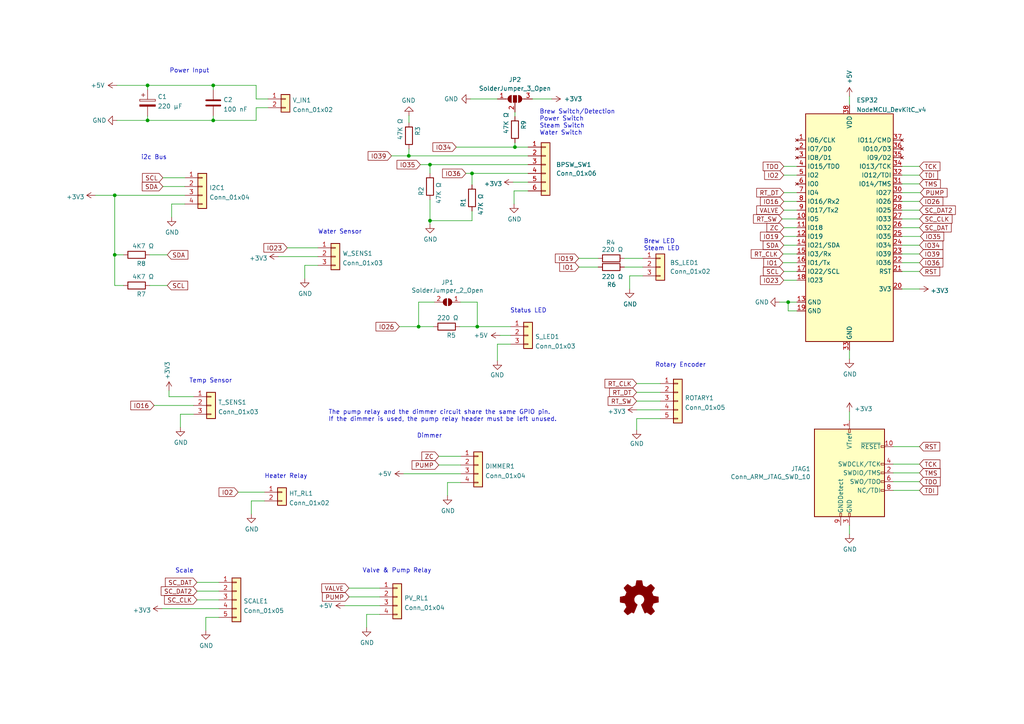
<source format=kicad_sch>
(kicad_sch (version 20230121) (generator eeschema)
  (paper "A4")
  (title_block (title "ESP32 Breakout Board") (date "2023-12-26") (rev "1.6") (company "CleverCoffee "))
  (lib_symbols
    (symbol "Conn_01x04_1" (pin_names (offset 1.016) hide)
      (property "Reference" "J" (at 0 5.08 0))
      (property "Value" "Conn_01x04_1" (at 0 -7.62 0))
      (symbol "Conn_01x04_1_1_1"
        (rectangle (start -1.27 -4.953) (end 0 -5.207) (stroke (width 0.1524)))
        (rectangle (start -1.27 -2.413) (end 0 -2.667) (stroke (width 0.1524)))
        (rectangle (start -1.27 0.127) (end 0 -0.127) (stroke (width 0.1524)))
        (rectangle (start -1.27 2.667) (end 0 2.413) (stroke (width 0.1524)))
        (rectangle (start -1.27 3.81) (end 1.27 -6.35) (stroke (width 0.254)) (fill (type background)))
        (pin passive line (at -5.08 2.54 0) (length 3.81) (name "Pin_1") (number "1"))
        (pin passive line (at -5.08 0 0) (length 3.81) (name "Pin_2") (number "2"))
        (pin passive line (at -5.08 -2.54 0) (length 3.81) (name "Pin_3") (number "3"))
        (pin passive line (at -5.08 -5.08 0) (length 3.81) (name "Pin_4") (number "4"))
      )
    )
    (symbol "Connector:Conn_ARM_JTAG_SWD_10" (pin_names (offset 1.016))
      (property "Reference" "J" (at -2.54 16.51 0))
      (property "Value" "Conn_ARM_JTAG_SWD_10" (at -2.54 13.97 0))
      (symbol "Conn_ARM_JTAG_SWD_10_0_1"
        (rectangle (start -10.16 12.7) (end 10.16 -12.7) (stroke (width 0.254)) (fill (type background)))
        (rectangle (start -2.794 -12.7) (end -2.286 -11.684))
        (rectangle (start -0.254 -12.7) (end 0.254 -11.684))
        (rectangle (start -0.254 12.7) (end 0.254 11.684))
        (rectangle (start 9.144 2.286) (end 10.16 2.794))
        (rectangle (start 10.16 -2.794) (end 9.144 -2.286))
        (rectangle (start 10.16 -0.254) (end 9.144 0.254))
        (rectangle (start 10.16 7.874) (end 9.144 7.366))
      )
      (symbol "Conn_ARM_JTAG_SWD_10_1_1"
        (rectangle (start 9.144 -5.334) (end 10.16 -4.826))
        (pin power_in line (at 0 15.24 270) (length 2.54) (name "VTref") (number "1"))
        (pin open_collector line (at 12.7 7.62 180) (length 2.54) (name "~{RESET}") (number "10"))
        (pin bidirectional line (at 12.7 0 180) (length 2.54) (name "SWDIO/TMS") (number "2"))
        (pin power_in line (at 0 -15.24 90) (length 2.54) (name "GND") (number "3"))
        (pin output line (at 12.7 2.54 180) (length 2.54) (name "SWDCLK/TCK") (number "4"))
        (pin passive line (at 0 -15.24 90) (length 2.54) hide (name "GND") (number "5"))
        (pin input line (at 12.7 -2.54 180) (length 2.54) (name "SWO/TDO") (number "6"))
        (pin no_connect line (at -10.16 0 0) (length 2.54) hide (name "KEY") (number "7"))
        (pin output line (at 12.7 -5.08 180) (length 2.54) (name "NC/TDI") (number "8"))
        (pin passive line (at -2.54 -15.24 90) (length 2.54) (name "GNDDetect") (number "9"))
      )
    )
    (symbol "Connector_Generic:Conn_01x02" (pin_names (offset 1.016) hide)
      (property "Reference" "J" (at 0 2.54 0))
      (property "Value" "Conn_01x02" (at 0 -5.08 0))
      (symbol "Conn_01x02_1_1"
        (rectangle (start -1.27 -2.413) (end 0 -2.667) (stroke (width 0.1524)))
        (rectangle (start -1.27 0.127) (end 0 -0.127) (stroke (width 0.1524)))
        (rectangle (start -1.27 1.27) (end 1.27 -3.81) (stroke (width 0.254)) (fill (type background)))
        (pin passive line (at -5.08 0 0) (length 3.81) (name "Pin_1") (number "1"))
        (pin passive line (at -5.08 -2.54 0) (length 3.81) (name "Pin_2") (number "2"))
      )
    )
    (symbol "Connector_Generic:Conn_01x03" (pin_names (offset 1.016) hide)
      (property "Reference" "J" (at 0 5.08 0))
      (property "Value" "Conn_01x03" (at 0 -5.08 0))
      (symbol "Conn_01x03_1_1"
        (rectangle (start -1.27 -2.413) (end 0 -2.667) (stroke (width 0.1524)))
        (rectangle (start -1.27 0.127) (end 0 -0.127) (stroke (width 0.1524)))
        (rectangle (start -1.27 2.667) (end 0 2.413) (stroke (width 0.1524)))
        (rectangle (start -1.27 3.81) (end 1.27 -3.81) (stroke (width 0.254)) (fill (type background)))
        (pin passive line (at -5.08 2.54 0) (length 3.81) (name "Pin_1") (number "1"))
        (pin passive line (at -5.08 0 0) (length 3.81) (name "Pin_2") (number "2"))
        (pin passive line (at -5.08 -2.54 0) (length 3.81) (name "Pin_3") (number "3"))
      )
    )
    (symbol "Connector_Generic:Conn_01x04" (pin_names (offset 1.016) hide)
      (property "Reference" "J" (at 0 5.08 0))
      (property "Value" "Conn_01x04" (at 0 -7.62 0))
      (symbol "Conn_01x04_1_1"
        (rectangle (start -1.27 -4.953) (end 0 -5.207) (stroke (width 0.1524)))
        (rectangle (start -1.27 -2.413) (end 0 -2.667) (stroke (width 0.1524)))
        (rectangle (start -1.27 0.127) (end 0 -0.127) (stroke (width 0.1524)))
        (rectangle (start -1.27 2.667) (end 0 2.413) (stroke (width 0.1524)))
        (rectangle (start -1.27 3.81) (end 1.27 -6.35) (stroke (width 0.254)) (fill (type background)))
        (pin passive line (at -5.08 2.54 0) (length 3.81) (name "Pin_1") (number "1"))
        (pin passive line (at -5.08 0 0) (length 3.81) (name "Pin_2") (number "2"))
        (pin passive line (at -5.08 -2.54 0) (length 3.81) (name "Pin_3") (number "3"))
        (pin passive line (at -5.08 -5.08 0) (length 3.81) (name "Pin_4") (number "4"))
      )
    )
    (symbol "Connector_Generic:Conn_01x05" (pin_names (offset 1.016) hide)
      (property "Reference" "J" (at 0 7.62 0))
      (property "Value" "Conn_01x05" (at 0 -7.62 0))
      (symbol "Conn_01x05_1_1"
        (rectangle (start -1.27 -4.953) (end 0 -5.207) (stroke (width 0.1524)))
        (rectangle (start -1.27 -2.413) (end 0 -2.667) (stroke (width 0.1524)))
        (rectangle (start -1.27 0.127) (end 0 -0.127) (stroke (width 0.1524)))
        (rectangle (start -1.27 2.667) (end 0 2.413) (stroke (width 0.1524)))
        (rectangle (start -1.27 5.207) (end 0 4.953) (stroke (width 0.1524)))
        (rectangle (start -1.27 6.35) (end 1.27 -6.35) (stroke (width 0.254)) (fill (type background)))
        (pin passive line (at -5.08 5.08 0) (length 3.81) (name "Pin_1") (number "1"))
        (pin passive line (at -5.08 2.54 0) (length 3.81) (name "Pin_2") (number "2"))
        (pin passive line (at -5.08 0 0) (length 3.81) (name "Pin_3") (number "3"))
        (pin passive line (at -5.08 -2.54 0) (length 3.81) (name "Pin_4") (number "4"))
        (pin passive line (at -5.08 -5.08 0) (length 3.81) (name "Pin_5") (number "5"))
      )
    )
    (symbol "Connector_Generic:Conn_01x06" (pin_names (offset 1.016) hide)
      (property "Reference" "J" (at 0 7.62 0))
      (property "Value" "Conn_01x06" (at 0 -10.16 0))
      (symbol "Conn_01x06_1_1"
        (rectangle (start -1.27 -7.493) (end 0 -7.747) (stroke (width 0.1524)))
        (rectangle (start -1.27 -4.953) (end 0 -5.207) (stroke (width 0.1524)))
        (rectangle (start -1.27 -2.413) (end 0 -2.667) (stroke (width 0.1524)))
        (rectangle (start -1.27 0.127) (end 0 -0.127) (stroke (width 0.1524)))
        (rectangle (start -1.27 2.667) (end 0 2.413) (stroke (width 0.1524)))
        (rectangle (start -1.27 5.207) (end 0 4.953) (stroke (width 0.1524)))
        (rectangle (start -1.27 6.35) (end 1.27 -8.89) (stroke (width 0.254)) (fill (type background)))
        (pin passive line (at -5.08 5.08 0) (length 3.81) (name "Pin_1") (number "1"))
        (pin passive line (at -5.08 2.54 0) (length 3.81) (name "Pin_2") (number "2"))
        (pin passive line (at -5.08 0 0) (length 3.81) (name "Pin_3") (number "3"))
        (pin passive line (at -5.08 -2.54 0) (length 3.81) (name "Pin_4") (number "4"))
        (pin passive line (at -5.08 -5.08 0) (length 3.81) (name "Pin_5") (number "5"))
        (pin passive line (at -5.08 -7.62 0) (length 3.81) (name "Pin_6") (number "6"))
      )
    )
    (symbol "Device:C" (pin_numbers hide) (pin_names (offset 0.254))
      (property "Reference" "C" (at 0.635 2.54 0))
      (property "Value" "C" (at 0.635 -2.54 0))
      (symbol "C_0_1"
        (polyline (pts (xy -2.032 -0.762) (xy 2.032 -0.762)) (stroke (width 0.508)))
        (polyline (pts (xy -2.032 0.762) (xy 2.032 0.762)) (stroke (width 0.508)))
      )
      (symbol "C_1_1"
        (pin passive line (at 0 3.81 270) (length 2.794) (name "~") (number "1"))
        (pin passive line (at 0 -3.81 90) (length 2.794) (name "~") (number "2"))
      )
    )
    (symbol "Device:C_Polarized" (pin_numbers hide) (pin_names (offset 0.254))
      (property "Reference" "C" (at 0.635 2.54 0))
      (property "Value" "C_Polarized" (at 0.635 -2.54 0))
      (symbol "C_Polarized_0_1"
        (rectangle (start -2.286 0.508) (end 2.286 1.016))
        (polyline (pts (xy -1.778 2.286) (xy -0.762 2.286)))
        (polyline (pts (xy -1.27 2.794) (xy -1.27 1.778)))
        (rectangle (start 2.286 -0.508) (end -2.286 -1.016) (fill (type outline)))
      )
      (symbol "C_Polarized_1_1"
        (pin passive line (at 0 3.81 270) (length 2.794) (name "~") (number "1"))
        (pin passive line (at 0 -3.81 90) (length 2.794) (name "~") (number "2"))
      )
    )
    (symbol "Device:R" (pin_numbers hide) (pin_names (offset 0))
      (property "Reference" "R" (at 2.032 0 90))
      (property "Value" "R" (at 0 0 90))
      (symbol "R_0_1"
        (rectangle (start -1.016 -2.54) (end 1.016 2.54) (stroke (width 0.254)))
      )
      (symbol "R_1_1"
        (pin passive line (at 0 3.81 270) (length 1.27) (name "~") (number "1"))
        (pin passive line (at 0 -3.81 90) (length 1.27) (name "~") (number "2"))
      )
    )
    (symbol "Graphic:Logo_Open_Hardware_Small" (pin_names (offset 1.016))
      (symbol "Logo_Open_Hardware_Small_0_1"
        (polyline (pts (xy 3.3528 -4.3434) (xy 3.302 -4.318) (xy 3.175 -4.2418) (xy 2.9972 -4.1148) (xy 2.7686 -3.9624) (xy 2.54 -3.81) (xy 2.3622 -3.7084) (xy 2.2352 -3.6068) (xy 2.1844 -3.5814) (xy 2.159 -3.6068) (xy 2.0574 -3.6576) (xy 1.905 -3.7338) (xy 1.8034 -3.7846) (xy 1.6764 -3.8354) (xy 1.6002 -3.8354) (xy 1.6002 -3.8354) (xy 1.5494 -3.7338) (xy 1.4732 -3.5306) (xy 1.3462 -3.302) (xy 1.2446 -3.0226) (xy 1.1176 -2.7178) (xy 0.9652 -2.413) (xy 0.8636 -2.1082) (xy 0.7366 -1.8288) (xy 0.6604 -1.6256) (xy 0.6096 -1.4732) (xy 0.5842 -1.397) (xy 0.5842 -1.397) (xy 0.6604 -1.3208) (xy 0.7874 -1.2446) (xy 1.0414 -1.016) (xy 1.2954 -0.6858) (xy 1.4478 -0.3302) (xy 1.524 0.0762) (xy 1.4732 0.4572) (xy 1.3208 0.8128) (xy 1.0668 1.143) (xy 0.762 1.3716) (xy 0.4064 1.524) (xy 0 1.5748) (xy -0.381 1.5494) (xy -0.7366 1.397) (xy -1.0668 1.143) (xy -1.2192 0.9906) (xy -1.397 0.6604) (xy -1.524 0.3048) (xy -1.524 0.2286) (xy -1.4986 -0.1778) (xy -1.397 -0.5334) (xy -1.1938 -0.8636) (xy -0.9144 -1.143) (xy -0.8636 -1.1684) (xy -0.7366 -1.27) (xy -0.635 -1.3462) (xy -0.5842 -1.397) (xy -1.0668 -2.5908) (xy -1.143 -2.794) (xy -1.2954 -3.1242) (xy -1.397 -3.4036) (xy -1.4986 -3.6322) (xy -1.5748 -3.7846) (xy -1.6002 -3.8354) (xy -1.6002 -3.8354) (xy -1.651 -3.8354) (xy -1.7272 -3.81) (xy -1.905 -3.7338) (xy -2.0066 -3.683) (xy -2.1336 -3.6068) (xy -2.2098 -3.5814) (xy -2.2606 -3.6068) (xy -2.3622 -3.683) (xy -2.54 -3.81) (xy -2.7686 -3.9624) (xy -2.9718 -4.0894) (xy -3.1496 -4.2164) (xy -3.302 -4.318) (xy -3.3528 -4.3434) (xy -3.3782 -4.3434) (xy -3.429 -4.318) (xy -3.5306 -4.2164) (xy -3.7084 -4.064) (xy -3.937 -3.8354) (xy -3.9624 -3.81) (xy -4.1656 -3.6068) (xy -4.318 -3.4544) (xy -4.4196 -3.3274) (xy -4.445 -3.2766) (xy -4.445 -3.2766) (xy -4.4196 -3.2258) (xy -4.318 -3.0734) (xy -4.2164 -2.8956) (xy -4.064 -2.667) (xy -3.6576 -2.0828) (xy -3.8862 -1.5494) (xy -3.937 -1.3716) (xy -4.0386 -1.1684) (xy -4.0894 -1.0414) (xy -4.1148 -0.9652) (xy -4.191 -0.9398) (xy -4.318 -0.9144) (xy -4.5466 -0.8636) (xy -4.8006 -0.8128) (xy -5.0546 -0.7874) (xy -5.2578 -0.7366) (xy -5.4356 -0.7112) (xy -5.5118 -0.6858) (xy -5.5118 -0.6858) (xy -5.5372 -0.635) (xy -5.5372 -0.5588) (xy -5.5372 -0.4318) (xy -5.5626 -0.2286) (xy -5.5626 0.0762) (xy -5.5626 0.127) (xy -5.5372 0.4064) (xy -5.5372 0.635) (xy -5.5372 0.762) (xy -5.5372 0.8382) (xy -5.5372 0.8382) (xy -5.461 0.8382) (xy -5.3086 0.889) (xy -5.08 0.9144) (xy -4.826 0.9652) (xy -4.8006 0.9906) (xy -4.5466 1.0414) (xy -4.318 1.0668) (xy -4.1656 1.1176) (xy -4.0894 1.143) (xy -4.0894 1.143) (xy -4.0386 1.2446) (xy -3.9624 1.4224) (xy -3.8608 1.6256) (xy -3.7846 1.8288) (xy -3.7084 2.0066) (xy -3.6576 2.159) (xy -3.6322 2.2098) (xy -3.6322 2.2098) (xy -3.683 2.286) (xy -3.7592 2.413) (xy -3.8862 2.5908) (xy -4.064 2.8194) (xy -4.064 2.8448) (xy -4.2164 3.0734) (xy -4.3434 3.2512) (xy -4.4196 3.3782) (xy -4.445 3.4544) (xy -4.445 3.4544) (xy -4.3942 3.5052) (xy -4.2926 3.6322) (xy -4.1148 3.81) (xy -3.937 4.0132) (xy -3.8608 4.064) (xy -3.6576 4.2926) (xy -3.5052 4.4196) (xy -3.4036 4.4958) (xy -3.3528 4.5212) (xy -3.3528 4.5212) (xy -3.302 4.4704) (xy -3.1496 4.3688) (xy -2.9718 4.2418) (xy -2.7432 4.0894) (xy -2.7178 4.0894) (xy -2.4892 3.937) (xy -2.3114 3.81) (xy -2.1844 3.7084) (xy -2.1336 3.683) (xy -2.1082 3.683) (xy -2.032 3.7084) (xy -1.8542 3.7592) (xy -1.6764 3.8354) (xy -1.4732 3.937) (xy -1.27 4.0132) (xy -1.143 4.064) (xy -1.0668 4.1148) (xy -1.0668 4.1148) (xy -1.0414 4.191) (xy -1.016 4.3434) (xy -0.9652 4.572) (xy -0.9144 4.8514) (xy -0.889 4.9022) (xy -0.8382 5.1562) (xy -0.8128 5.3848) (xy -0.7874 5.5372) (xy -0.762 5.588) (xy -0.7112 5.6134) (xy -0.5842 5.6134) (xy -0.4064 5.6134) (xy -0.1524 5.6134) (xy 0.0762 5.6134) (xy 0.3302 5.6134) (xy 0.5334 5.6134) (xy 0.6858 5.588) (xy 0.7366 5.588) (xy 0.7366 5.588) (xy 0.762 5.5118) (xy 0.8128 5.334) (xy 0.8382 5.1054) (xy 0.9144 4.826) (xy 0.9144 4.7752) (xy 0.9652 4.5212) (xy 1.016 4.2926) (xy 1.0414 4.1402) (xy 1.0668 4.0894) (xy 1.0668 4.0894) (xy 1.1938 4.0386) (xy 1.3716 3.9624) (xy 1.5748 3.8608) (xy 2.0828 3.6576) (xy 2.7178 4.0894) (xy 2.7686 4.1402) (xy 2.9972 4.2926) (xy 3.175 4.4196) (xy 3.302 4.4958) (xy 3.3782 4.5212) (xy 3.3782 4.5212) (xy 3.429 4.4704) (xy 3.556 4.3434) (xy 3.7338 4.191) (xy 3.9116 3.9878) (xy 4.064 3.8354) (xy 4.2418 3.6576) (xy 4.3434 3.556) (xy 4.4196 3.4798) (xy 4.4196 3.429) (xy 4.4196 3.4036) (xy 4.3942 3.3274) (xy 4.2926 3.2004) (xy 4.1656 2.9972) (xy 4.0132 2.794) (xy 3.8862 2.5908) (xy 3.7592 2.3876) (xy 3.6576 2.2352) (xy 3.6322 2.159) (xy 3.6322 2.1336) (xy 3.683 2.0066) (xy 3.7592 1.8288) (xy 3.8608 1.6002) (xy 4.064 1.1176) (xy 4.3942 1.0414) (xy 4.5974 1.016) (xy 4.8768 0.9652) (xy 5.1308 0.9144) (xy 5.5372 0.8382) (xy 5.5626 -0.6604) (xy 5.4864 -0.6858) (xy 5.4356 -0.6858) (xy 5.2832 -0.7366) (xy 5.0546 -0.762) (xy 4.8006 -0.8128) (xy 4.5974 -0.8636) (xy 4.3688 -0.9144) (xy 4.2164 -0.9398) (xy 4.1402 -0.9398) (xy 4.1148 -0.9652) (xy 4.064 -1.0668) (xy 3.9878 -1.2446) (xy 3.9116 -1.4478) (xy 3.81 -1.651) (xy 3.7338 -1.8542) (xy 3.683 -2.0066) (xy 3.6576 -2.0828) (xy 3.683 -2.1336) (xy 3.7846 -2.2606) (xy 3.8862 -2.4638) (xy 4.0386 -2.667) (xy 4.191 -2.8956) (xy 4.318 -3.0734) (xy 4.3942 -3.2004) (xy 4.445 -3.2766) (xy 4.4196 -3.3274) (xy 4.3434 -3.429) (xy 4.1656 -3.5814) (xy 3.937 -3.8354) (xy 3.8862 -3.8608) (xy 3.683 -4.064) (xy 3.5306 -4.2164) (xy 3.4036 -4.318) (xy 3.3528 -4.3434)) (fill (type outline)))
      )
    )
    (symbol "Jumper:SolderJumper_2_Open" (pin_names (offset 0) hide)
      (property "Reference" "JP" (at 0 2.032 0))
      (property "Value" "SolderJumper_2_Open" (at 0 -2.54 0))
      (symbol "SolderJumper_2_Open_0_1"
        (arc (start -0.254 1.016) (mid -1.2656 0) (end -0.254 -1.016))
        (arc (start -0.254 1.016) (mid -1.2656 0) (end -0.254 -1.016) (fill (type outline)))
        (polyline (pts (xy -0.254 1.016) (xy -0.254 -1.016)))
        (polyline (pts (xy 0.254 1.016) (xy 0.254 -1.016)))
        (arc (start 0.254 -1.016) (mid 1.2656 0) (end 0.254 1.016))
        (arc (start 0.254 -1.016) (mid 1.2656 0) (end 0.254 1.016) (fill (type outline)))
      )
      (symbol "SolderJumper_2_Open_1_1"
        (pin passive line (at -3.81 0 0) (length 2.54) (name "A") (number "1"))
        (pin passive line (at 3.81 0 180) (length 2.54) (name "B") (number "2"))
      )
    )
    (symbol "Jumper:SolderJumper_3_Open" (pin_names (offset 0) hide)
      (property "Reference" "JP" (at -2.54 -2.54 0))
      (property "Value" "SolderJumper_3_Open" (at 0 2.794 0))
      (symbol "SolderJumper_3_Open_0_1"
        (arc (start -1.016 1.016) (mid -2.0276 0) (end -1.016 -1.016))
        (arc (start -1.016 1.016) (mid -2.0276 0) (end -1.016 -1.016) (fill (type outline)))
        (rectangle (start -0.508 1.016) (end 0.508 -1.016) (fill (type outline)))
        (polyline (pts (xy -2.54 0) (xy -2.032 0)))
        (polyline (pts (xy -1.016 1.016) (xy -1.016 -1.016)))
        (polyline (pts (xy 0 -1.27) (xy 0 -1.016)))
        (polyline (pts (xy 1.016 1.016) (xy 1.016 -1.016)))
        (polyline (pts (xy 2.54 0) (xy 2.032 0)))
        (arc (start 1.016 -1.016) (mid 2.0276 0) (end 1.016 1.016))
        (arc (start 1.016 -1.016) (mid 2.0276 0) (end 1.016 1.016) (fill (type outline)))
      )
      (symbol "SolderJumper_3_Open_1_1"
        (pin passive line (at -5.08 0 0) (length 2.54) (name "A") (number "1"))
        (pin passive line (at 0 -3.81 90) (length 2.54) (name "C") (number "2"))
        (pin passive line (at 5.08 0 180) (length 2.54) (name "B") (number "3"))
      )
    )
    (symbol "MCU_Espressif:NodeMCU_DevKitC_v4"
      (property "Reference" "ESP32" (at 2.0194 36.9865 0))
      (property "Value" "NodeMCU_DevKitC_v4" (at 2.0194 34.2114 0))
      (symbol "NodeMCU_DevKitC_v4_0_1"
        (rectangle (start -12.7 33.02) (end 12.7 -33.02) (stroke (width 0.254)) (fill (type background)))
      )
      (symbol "NodeMCU_DevKitC_v4_1_1"
        (pin no_connect line (at -15.24 25.4 0) (length 2.54) (name "IO6/CLK") (number "1"))
        (pin bidirectional line (at -15.24 2.54 0) (length 2.54) (name "IO5") (number "10"))
        (pin bidirectional line (at -15.24 0 0) (length 2.54) (name "IO18") (number "11"))
        (pin bidirectional line (at -15.24 -2.54 0) (length 2.54) (name "IO19") (number "12"))
        (pin power_in line (at -15.24 -21.59 0) (length 2.54) (name "GND") (number "13"))
        (pin bidirectional line (at -15.24 -5.08 0) (length 2.54) (name "IO21/SDA") (number "14"))
        (pin bidirectional line (at -15.24 -7.62 0) (length 2.54) (name "IO3/Rx") (number "15"))
        (pin bidirectional line (at -15.24 -10.16 0) (length 2.54) (name "IO1/Tx") (number "16"))
        (pin bidirectional line (at -15.24 -12.7 0) (length 2.54) (name "IO22/SCL") (number "17"))
        (pin bidirectional line (at -15.24 -15.24 0) (length 2.54) (name "IO23") (number "18"))
        (pin power_in line (at -15.24 -24.13 0) (length 2.54) (name "GND") (number "19"))
        (pin no_connect line (at -15.24 22.86 0) (length 2.54) (name "IO7/D0") (number "2"))
        (pin power_out line (at 15.24 -17.78 180) (length 2.54) (name "3V3") (number "20"))
        (pin input line (at 15.24 -12.7 180) (length 2.54) (name "RST") (number "21"))
        (pin bidirectional line (at 15.24 -10.16 180) (length 2.54) (name "IO36") (number "22"))
        (pin bidirectional line (at 15.24 -7.62 180) (length 2.54) (name "IO39") (number "23"))
        (pin bidirectional line (at 15.24 -5.08 180) (length 2.54) (name "IO34") (number "24"))
        (pin bidirectional line (at 15.24 -2.54 180) (length 2.54) (name "IO35") (number "25"))
        (pin bidirectional line (at 15.24 0 180) (length 2.54) (name "IO32") (number "26"))
        (pin bidirectional line (at 15.24 2.54 180) (length 2.54) (name "IO33") (number "27"))
        (pin bidirectional line (at 15.24 5.08 180) (length 2.54) (name "IO25") (number "28"))
        (pin bidirectional line (at 15.24 7.62 180) (length 2.54) (name "IO26") (number "29"))
        (pin no_connect line (at -15.24 20.32 0) (length 2.54) (name "IO8/D1") (number "3"))
        (pin bidirectional line (at 15.24 10.16 180) (length 2.54) (name "IO27") (number "30"))
        (pin bidirectional line (at 15.24 12.7 180) (length 2.54) (name "IO14/TMS") (number "31"))
        (pin bidirectional line (at 15.24 15.24 180) (length 2.54) (name "IO12/TDI") (number "32"))
        (pin power_in line (at 0 -35.56 90) (length 2.54) (name "GND") (number "33"))
        (pin bidirectional line (at 15.24 17.78 180) (length 2.54) (name "IO13/TCK") (number "34"))
        (pin no_connect line (at 15.24 20.32 180) (length 2.54) (name "IO9/D2") (number "35"))
        (pin no_connect line (at 15.24 22.86 180) (length 2.54) (name "IO10/D3") (number "36"))
        (pin no_connect line (at 15.24 25.4 180) (length 2.54) (name "IO11/CMD") (number "37"))
        (pin power_in line (at 0 35.56 270) (length 2.54) (name "VDD") (number "38"))
        (pin bidirectional line (at -15.24 17.78 0) (length 2.54) (name "IO15/TDO") (number "4"))
        (pin bidirectional line (at -15.24 15.24 0) (length 2.54) (name "IO2") (number "5"))
        (pin no_connect line (at -15.24 12.7 0) (length 2.54) (name "IO0") (number "6"))
        (pin bidirectional line (at -15.24 10.16 0) (length 2.54) (name "IO4") (number "7"))
        (pin bidirectional line (at -15.24 7.62 0) (length 2.54) (name "IO16/Rx2") (number "8"))
        (pin bidirectional line (at -15.24 5.08 0) (length 2.54) (name "IO17/Tx2") (number "9"))
      )
    )
    (symbol "power:+3.3V" (power) (pin_names (offset 0))
      (property "Value" "+3.3V" (at 0 3.556 0))
      (symbol "+3.3V_0_1"
        (polyline (pts (xy -0.762 1.27) (xy 0 2.54)))
        (polyline (pts (xy 0 0) (xy 0 2.54)))
        (polyline (pts (xy 0 2.54) (xy 0.762 1.27)))
      )
      (symbol "+3.3V_1_1"
        (pin power_in line (at 0 0 90) (length 0) hide (name "+3V3") (number "1"))
      )
    )
    (symbol "power:+5V" (power) (pin_names (offset 0))
      (property "Value" "+5V" (at 0 3.556 0))
      (symbol "+5V_0_1"
        (polyline (pts (xy -0.762 1.27) (xy 0 2.54)))
        (polyline (pts (xy 0 0) (xy 0 2.54)))
        (polyline (pts (xy 0 2.54) (xy 0.762 1.27)))
      )
      (symbol "+5V_1_1"
        (pin power_in line (at 0 0 90) (length 0) hide (name "+5V") (number "1"))
      )
    )
    (symbol "power:GND" (power) (pin_names (offset 0))
      (property "Value" "GND" (at 0 -3.81 0))
      (symbol "GND_0_1"
        (polyline (pts (xy 0 0) (xy 0 -1.27) (xy 1.27 -1.27) (xy 0 -2.54) (xy -1.27 -1.27) (xy 0 -1.27)))
      )
      (symbol "GND_1_1"
        (pin power_in line (at 0 0 270) (length 0) hide (name "GND") (number "1"))
      )
    )
  )
  (junction (at 124.714 64.008))
  (junction (at 228.6 87.63))
  (junction (at 61.849 34.925))
  (junction (at 136.906 50.292))
  (junction (at 121.412 94.742))
  (junction (at 118.5672 45.212))
  (junction (at 149.352 42.672))
  (junction (at 61.849 24.765))
  (junction (at 33.274 73.914))
  (junction (at 42.799 24.765))
  (junction (at 124.714 47.752))
  (junction (at 42.799 34.925))
  (junction (at 33.274 56.642))
  (junction (at 138.43 94.742))
  (wire (pts (xy 118.618 43.18) (xy 118.5672 45.212)))
  (wire (pts (xy 115.824 94.742) (xy 121.412 94.742)))
  (wire (pts (xy 83.312 71.882) (xy 92.202 71.882)))
  (wire (pts (xy 59.69 179.07) (xy 59.69 182.88)))
  (wire (pts (xy 44.704 117.602) (xy 56.134 117.602)))
  (wire (pts (xy 191.516 111.252) (xy 184.658 111.252)))
  (wire (pts (xy 226.06 87.63) (xy 228.6 87.63)))
  (wire (pts (xy 33.274 73.914) (xy 33.274 82.804)))
  (wire (pts (xy 138.43 87.63) (xy 138.43 94.742)))
  (wire (pts (xy 145.034 97.282) (xy 148.082 97.282)))
  (wire (pts (xy 99.9744 175.6664) (xy 110.1344 175.6664)))
  (wire (pts (xy 77.724 31.242) (xy 74.295 31.242)))
  (wire (pts (xy 61.849 24.765) (xy 61.849 26.035)))
  (wire (pts (xy 88.392 76.962) (xy 92.202 76.962)))
  (wire (pts (xy 121.412 87.63) (xy 121.412 94.742)))
  (wire (pts (xy 184.658 116.332) (xy 191.516 116.332)))
  (wire (pts (xy 148.082 99.822) (xy 144.272 99.822)))
  (wire (pts (xy 47.244 54.102) (xy 53.594 54.102)))
  (wire (pts (xy 42.799 34.925) (xy 61.849 34.925)))
  (wire (pts (xy 33.274 73.914) (xy 35.814 73.914)))
  (wire (pts (xy 246.38 101.6) (xy 246.38 104.14)))
  (wire (pts (xy 136.906 64.008) (xy 124.714 64.008)))
  (wire (pts (xy 88.392 80.772) (xy 88.392 76.962)))
  (wire (pts (xy 74.295 24.765) (xy 74.295 28.702)))
  (wire (pts (xy 43.434 82.804) (xy 48.514 82.804)))
  (wire (pts (xy 49.022 115.062) (xy 49.022 113.284)))
  (wire (pts (xy 154.432 28.702) (xy 160.02 28.702)))
  (wire (pts (xy 259.08 137.16) (xy 266.7 137.16)))
  (wire (pts (xy 42.799 24.765) (xy 42.799 26.035)))
  (wire (pts (xy 61.849 33.655) (xy 61.849 34.925)))
  (wire (pts (xy 153.162 55.372) (xy 149.098 55.372)))
  (wire (pts (xy 259.08 134.62) (xy 266.7 134.62)))
  (wire (pts (xy 228.6 87.63) (xy 231.14 87.63)))
  (wire (pts (xy 246.38 27.94) (xy 246.38 30.48)))
  (wire (pts (xy 149.352 42.672) (xy 153.162 42.672)))
  (wire (pts (xy 227.33 50.8) (xy 231.14 50.8)))
  (wire (pts (xy 57.15 171.45) (xy 63.5 171.45)))
  (wire (pts (xy 186.436 77.47) (xy 181.102 77.47)))
  (wire (pts (xy 42.799 33.655) (xy 42.799 34.925)))
  (wire (pts (xy 57.15 173.99) (xy 63.5 173.99)))
  (wire (pts (xy 261.62 50.8) (xy 266.7 50.8)))
  (wire (pts (xy 106.3244 182.0164) (xy 106.3244 178.2064)))
  (wire (pts (xy 49.784 59.182) (xy 49.784 62.992)))
  (wire (pts (xy 77.724 28.702) (xy 74.295 28.702)))
  (wire (pts (xy 184.7088 118.872) (xy 191.516 118.872)))
  (wire (pts (xy 226.822 63.5) (xy 231.14 63.5)))
  (wire (pts (xy 227.33 68.58) (xy 231.14 68.58)))
  (wire (pts (xy 227.33 71.12) (xy 231.14 71.12)))
  (wire (pts (xy 52.324 120.142) (xy 56.134 120.142)))
  (wire (pts (xy 76.708 145.288) (xy 72.898 145.288)))
  (wire (pts (xy 184.658 121.412) (xy 184.658 124.714)))
  (wire (pts (xy 227.076 76.2) (xy 231.14 76.2)))
  (wire (pts (xy 182.626 80.01) (xy 186.436 80.01)))
  (wire (pts (xy 148.844 52.832) (xy 153.162 52.832)))
  (wire (pts (xy 261.62 60.96) (xy 266.7 60.96)))
  (wire (pts (xy 101.2444 173.1264) (xy 110.1344 173.1264)))
  (wire (pts (xy 261.62 58.42) (xy 266.7 58.42)))
  (wire (pts (xy 261.62 53.34) (xy 266.7 53.34)))
  (wire (pts (xy 133.35 94.742) (xy 138.43 94.742)))
  (wire (pts (xy 46.99 176.53) (xy 63.5 176.53)))
  (wire (pts (xy 261.62 48.26) (xy 266.7 48.26)))
  (wire (pts (xy 227.33 55.88) (xy 231.14 55.88)))
  (wire (pts (xy 259.08 142.24) (xy 266.7 142.24)))
  (wire (pts (xy 74.295 24.765) (xy 61.849 24.765)))
  (wire (pts (xy 33.909 24.765) (xy 42.799 24.765)))
  (wire (pts (xy 227.33 58.42) (xy 231.14 58.42)))
  (wire (pts (xy 118.5672 45.212) (xy 153.162 45.212)))
  (wire (pts (xy 261.62 55.88) (xy 266.954 55.88)))
  (wire (pts (xy 182.626 83.82) (xy 182.626 80.01)))
  (wire (pts (xy 113.538 45.212) (xy 118.5672 45.212)))
  (wire (pts (xy 125.984 87.63) (xy 121.412 87.63)))
  (wire (pts (xy 135.128 50.292) (xy 136.906 50.292)))
  (wire (pts (xy 121.412 94.742) (xy 125.73 94.742)))
  (wire (pts (xy 261.62 63.5) (xy 266.7 63.5)))
  (wire (pts (xy 181.102 74.93) (xy 186.436 74.93)))
  (wire (pts (xy 80.772 74.422) (xy 92.202 74.422)))
  (wire (pts (xy 127.254 132.334) (xy 133.604 132.334)))
  (wire (pts (xy 43.434 73.914) (xy 48.514 73.914)))
  (wire (pts (xy 121.92 47.752) (xy 124.714 47.752)))
  (wire (pts (xy 246.38 119.38) (xy 246.38 121.92)))
  (wire (pts (xy 69.088 142.748) (xy 76.708 142.748)))
  (wire (pts (xy 124.714 57.912) (xy 124.714 64.008)))
  (wire (pts (xy 127.254 134.874) (xy 133.604 134.874)))
  (wire (pts (xy 261.62 68.58) (xy 266.954 68.58)))
  (wire (pts (xy 136.906 50.292) (xy 153.162 50.292)))
  (wire (pts (xy 129.794 139.954) (xy 133.604 139.954)))
  (wire (pts (xy 74.295 34.925) (xy 61.849 34.925)))
  (wire (pts (xy 118.618 35.56) (xy 118.618 33.528)))
  (wire (pts (xy 259.08 139.7) (xy 266.7 139.7)))
  (wire (pts (xy 149.352 41.402) (xy 149.352 42.672)))
  (wire (pts (xy 227.33 48.26) (xy 231.14 48.26)))
  (wire (pts (xy 261.62 78.74) (xy 266.7 78.74)))
  (wire (pts (xy 49.784 59.182) (xy 53.594 59.182)))
  (wire (pts (xy 227.33 60.96) (xy 231.14 60.96)))
  (wire (pts (xy 33.274 56.642) (xy 53.594 56.642)))
  (wire (pts (xy 246.38 152.4) (xy 246.38 154.94)))
  (wire (pts (xy 227.33 81.28) (xy 231.14 81.28)))
  (wire (pts (xy 57.15 168.91) (xy 63.5 168.91)))
  (wire (pts (xy 227.076 73.66) (xy 231.14 73.66)))
  (wire (pts (xy 56.134 115.062) (xy 49.022 115.062)))
  (wire (pts (xy 106.3244 178.2064) (xy 110.1344 178.2064)))
  (wire (pts (xy 74.295 31.242) (xy 74.295 34.925)))
  (wire (pts (xy 149.098 55.372) (xy 149.098 59.182)))
  (wire (pts (xy 124.714 47.752) (xy 124.714 50.292)))
  (wire (pts (xy 228.6 90.17) (xy 228.6 87.63)))
  (wire (pts (xy 167.894 77.47) (xy 173.482 77.47)))
  (wire (pts (xy 136.906 50.292) (xy 136.906 53.594)))
  (wire (pts (xy 261.62 83.82) (xy 266.7 83.82)))
  (wire (pts (xy 117.094 137.414) (xy 133.604 137.414)))
  (wire (pts (xy 47.244 51.562) (xy 53.594 51.562)))
  (wire (pts (xy 124.714 47.752) (xy 153.162 47.752)))
  (wire (pts (xy 261.62 71.12) (xy 266.7 71.12)))
  (wire (pts (xy 124.714 64.008) (xy 124.714 65.024)))
  (wire (pts (xy 33.909 34.925) (xy 42.799 34.925)))
  (wire (pts (xy 59.69 179.07) (xy 63.5 179.07)))
  (wire (pts (xy 27.686 56.642) (xy 33.274 56.642)))
  (wire (pts (xy 231.14 90.17) (xy 228.6 90.17)))
  (wire (pts (xy 136.4488 28.702) (xy 144.272 28.702)))
  (wire (pts (xy 33.274 56.642) (xy 33.274 73.914)))
  (wire (pts (xy 133.604 87.63) (xy 138.43 87.63)))
  (wire (pts (xy 132.334 42.672) (xy 149.352 42.672)))
  (wire (pts (xy 167.8432 74.93) (xy 173.482 74.93)))
  (wire (pts (xy 136.906 61.214) (xy 136.906 64.008)))
  (wire (pts (xy 227.33 66.04) (xy 231.14 66.04)))
  (wire (pts (xy 149.352 32.512) (xy 149.352 33.782)))
  (wire (pts (xy 138.43 94.742) (xy 148.082 94.742)))
  (wire (pts (xy 101.1936 170.5864) (xy 110.1344 170.5864)))
  (wire (pts (xy 33.274 82.804) (xy 35.814 82.804)))
  (wire (pts (xy 191.516 121.412) (xy 184.658 121.412)))
  (wire (pts (xy 259.08 129.54) (xy 266.7 129.54)))
  (wire (pts (xy 227.33 78.74) (xy 231.14 78.74)))
  (wire (pts (xy 52.324 123.952) (xy 52.324 120.142)))
  (wire (pts (xy 261.62 76.2) (xy 266.7 76.2)))
  (wire (pts (xy 72.898 145.288) (xy 72.898 149.098)))
  (wire (pts (xy 261.62 66.04) (xy 266.7 66.04)))
  (wire (pts (xy 184.658 113.792) (xy 191.516 113.792)))
  (wire (pts (xy 144.272 99.822) (xy 144.272 104.648)))
  (wire (pts (xy 129.794 139.954) (xy 129.794 143.764)))
  (wire (pts (xy 261.62 73.66) (xy 266.7 73.66)))
  (wire (pts (xy 42.799 24.765) (xy 61.849 24.765)))
  (text "Status LED" (at 147.955 90.932 0) (effects (font (size 1.27 1.27)) (justify left bottom)))
  (text "i2c Bus\n" (at 40.894 46.482 0) (effects (font (size 1.27 1.27)) (justify left bottom)))
  (text "Brew Switch/Detection\nPower Switch\nSteam Switch\nWater Switch\n" (at 156.464 39.37 0) (effects (font (size 1.27 1.27)) (justify left bottom)))
  (text "The pump relay and the dimmer circuit share the same GPIO pin.\nIf the dimmer is used, the pump relay header must be left unused." (at 95.25 122.428 0) (effects (font (size 1.27 1.27)) (justify left bottom)))
  (text "Temp Sensor\n" (at 54.864 111.252 0) (effects (font (size 1.27 1.27)) (justify left bottom)))
  (text "Rotary Encoder" (at 189.992 106.68 0) (effects (font (size 1.27 1.27)) (justify left bottom)))
  (text "Heater Relay" (at 76.708 138.938 0) (effects (font (size 1.27 1.27)) (justify left bottom)))
  (text "Scale\n" (at 50.8 166.37 0) (effects (font (size 1.27 1.27)) (justify left bottom)))
  (text "Brew LED\nSteam LED" (at 186.69 72.898 0) (effects (font (size 1.27 1.27)) (justify left bottom)))
  (text "Dimmer\n" (at 120.904 127.254 0) (effects (font (size 1.27 1.27)) (justify left bottom)))
  (text "Power Input" (at 49.149 21.336 0) (effects (font (size 1.27 1.27)) (justify left bottom)))
  (text "Valve & Pump Relay\n" (at 105.1052 166.3192 0) (effects (font (size 1.27 1.27)) (justify left bottom)))
  (text "Water Sensor\n" (at 92.202 68.072 0) (effects (font (size 1.27 1.27)) (justify left bottom)))
  (global_label "TDO" (shape input) (at 266.7 139.7 0) (property "Intersheetrefs" "${INTERSHEET_REFS}" (effects hide)))
  (global_label "RT_CLK" (shape input) (at 227.076 73.66 180) (property "Intersheetrefs" "${INTERSHEET_REFS}" (effects hide)))
  (global_label "SC_DAT" (shape input) (at 57.15 168.91 180) (property "Intersheetrefs" "${INTERSHEET_REFS}" (effects hide)))
  (global_label "SC_CLK" (shape input) (at 266.7 63.5 0) (property "Intersheetrefs" "${INTERSHEET_REFS}" (effects hide)))
  (global_label "IO1" (shape input) (at 167.894 77.47 180) (property "Intersheetrefs" "${INTERSHEET_REFS}" (effects hide)))
  (global_label "IO1" (shape input) (at 227.076 76.2 180) (property "Intersheetrefs" "${INTERSHEET_REFS}" (effects hide)))
  (global_label "IO19" (shape input) (at 167.8432 74.93 180) (property "Intersheetrefs" "${INTERSHEET_REFS}" (effects hide)))
  (global_label "TDI" (shape input) (at 266.7 142.24 0) (property "Intersheetrefs" "${INTERSHEET_REFS}" (effects hide)))
  (global_label "IO39" (shape input) (at 113.538 45.212 180) (property "Intersheetrefs" "${INTERSHEET_REFS}" (effects hide)))
  (global_label "ZC" (shape input) (at 227.33 66.04 180) (property "Intersheetrefs" "${INTERSHEET_REFS}" (effects hide)))
  (global_label "SC_CLK" (shape input) (at 57.15 173.99 180) (property "Intersheetrefs" "${INTERSHEET_REFS}" (effects hide)))
  (global_label "IO35" (shape input) (at 266.954 68.58 0) (property "Intersheetrefs" "${INTERSHEET_REFS}" (effects hide)))
  (global_label "TDI" (shape input) (at 266.7 50.8 0) (property "Intersheetrefs" "${INTERSHEET_REFS}" (effects hide)))
  (global_label "IO2" (shape input) (at 69.088 142.748 180) (property "Intersheetrefs" "${INTERSHEET_REFS}" (effects hide)))
  (global_label "RT_SW" (shape input) (at 184.658 116.332 180) (property "Intersheetrefs" "${INTERSHEET_REFS}" (effects hide)))
  (global_label "RST" (shape input) (at 266.7 129.54 0) (property "Intersheetrefs" "${INTERSHEET_REFS}" (effects hide)))
  (global_label "IO26" (shape input) (at 115.824 94.742 180) (property "Intersheetrefs" "${INTERSHEET_REFS}" (effects hide)))
  (global_label "PUMP" (shape input) (at 101.2444 173.1264 180) (property "Intersheetrefs" "${INTERSHEET_REFS}" (effects hide)))
  (global_label "IO23" (shape input) (at 227.33 81.28 180) (property "Intersheetrefs" "${INTERSHEET_REFS}" (effects hide)))
  (global_label "SDA" (shape input) (at 47.244 54.102 180) (property "Intersheetrefs" "${INTERSHEET_REFS}" (effects hide)))
  (global_label "RT_SW" (shape input) (at 226.822 63.5 180) (property "Intersheetrefs" "${INTERSHEET_REFS}" (effects hide)))
  (global_label "TDO" (shape input) (at 227.33 48.26 180) (property "Intersheetrefs" "${INTERSHEET_REFS}" (effects hide)))
  (global_label "IO19" (shape input) (at 227.33 68.58 180) (property "Intersheetrefs" "${INTERSHEET_REFS}" (effects hide)))
  (global_label "VALVE" (shape input) (at 101.1936 170.5864 180) (property "Intersheetrefs" "${INTERSHEET_REFS}" (effects hide)))
  (global_label "SDA" (shape input) (at 227.33 71.12 180) (property "Intersheetrefs" "${INTERSHEET_REFS}" (effects hide)))
  (global_label "PUMP" (shape input) (at 127.254 134.874 180) (property "Intersheetrefs" "${INTERSHEET_REFS}" (effects hide)))
  (global_label "IO16" (shape input) (at 227.33 58.42 180) (property "Intersheetrefs" "${INTERSHEET_REFS}" (effects hide)))
  (global_label "SCL" (shape input) (at 47.244 51.562 180) (property "Intersheetrefs" "${INTERSHEET_REFS}" (effects hide)))
  (global_label "TMS" (shape input) (at 266.7 137.16 0) (property "Intersheetrefs" "${INTERSHEET_REFS}" (effects hide)))
  (global_label "SC_DAT2" (shape input) (at 57.15 171.45 180) (property "Intersheetrefs" "${INTERSHEET_REFS}" (effects hide)))
  (global_label "ZC" (shape input) (at 127.254 132.334 180) (property "Intersheetrefs" "${INTERSHEET_REFS}" (effects hide)))
  (global_label "IO23" (shape input) (at 83.312 71.882 180) (property "Intersheetrefs" "${INTERSHEET_REFS}" (effects hide)))
  (global_label "SDA" (shape input) (at 48.514 73.914 0) (property "Intersheetrefs" "${INTERSHEET_REFS}" (effects hide)))
  (global_label "TCK" (shape input) (at 266.7 48.26 0) (property "Intersheetrefs" "${INTERSHEET_REFS}" (effects hide)))
  (global_label "IO39" (shape input) (at 266.7 73.66 0) (property "Intersheetrefs" "${INTERSHEET_REFS}" (effects hide)))
  (global_label "VALVE" (shape input) (at 227.33 60.96 180) (property "Intersheetrefs" "${INTERSHEET_REFS}" (effects hide)))
  (global_label "IO26" (shape input) (at 266.7 58.42 0) (property "Intersheetrefs" "${INTERSHEET_REFS}" (effects hide)))
  (global_label "SC_DAT" (shape input) (at 266.7 66.04 0) (property "Intersheetrefs" "${INTERSHEET_REFS}" (effects hide)))
  (global_label "RT_CLK" (shape input) (at 184.658 111.252 180) (property "Intersheetrefs" "${INTERSHEET_REFS}" (effects hide)))
  (global_label "IO36" (shape input) (at 266.7 76.2 0) (property "Intersheetrefs" "${INTERSHEET_REFS}" (effects hide)))
  (global_label "TCK" (shape input) (at 266.7 134.62 0) (property "Intersheetrefs" "${INTERSHEET_REFS}" (effects hide)))
  (global_label "IO35" (shape input) (at 121.92 47.752 180) (property "Intersheetrefs" "${INTERSHEET_REFS}" (effects hide)))
  (global_label "RST" (shape input) (at 266.7 78.74 0) (property "Intersheetrefs" "${INTERSHEET_REFS}" (effects hide)))
  (global_label "IO2" (shape input) (at 227.33 50.8 180) (property "Intersheetrefs" "${INTERSHEET_REFS}" (effects hide)))
  (global_label "IO34" (shape input) (at 132.334 42.672 180) (property "Intersheetrefs" "${INTERSHEET_REFS}" (effects hide)))
  (global_label "TMS" (shape input) (at 266.7 53.34 0) (property "Intersheetrefs" "${INTERSHEET_REFS}" (effects hide)))
  (global_label "SCL" (shape input) (at 227.33 78.74 180) (property "Intersheetrefs" "${INTERSHEET_REFS}" (effects hide)))
  (global_label "IO16" (shape input) (at 44.704 117.602 180) (property "Intersheetrefs" "${INTERSHEET_REFS}" (effects hide)))
  (global_label "RT_DT" (shape input) (at 184.658 113.792 180) (property "Intersheetrefs" "${INTERSHEET_REFS}" (effects hide)))
  (global_label "IO34" (shape input) (at 266.7 71.12 0) (property "Intersheetrefs" "${INTERSHEET_REFS}" (effects hide)))
  (global_label "RT_DT" (shape input) (at 227.33 55.88 180) (property "Intersheetrefs" "${INTERSHEET_REFS}" (effects hide)))
  (global_label "PUMP" (shape input) (at 266.954 55.88 0) (property "Intersheetrefs" "${INTERSHEET_REFS}" (effects hide)))
  (global_label "IO36" (shape input) (at 135.128 50.292 180) (property "Intersheetrefs" "${INTERSHEET_REFS}" (effects hide)))
  (global_label "SC_DAT2" (shape input) (at 266.7 60.96 0) (property "Intersheetrefs" "${INTERSHEET_REFS}" (effects hide)))
  (global_label "SCL" (shape input) (at 48.514 82.804 0) (property "Intersheetrefs" "${INTERSHEET_REFS}" (effects hide)))
  (symbol (lib_id "Connector_Generic:Conn_01x02") (at 81.788 142.748 0) (unit 1)
    (property "Reference" "HT_RL1" (at 83.82 143.1095 0) (effects (justify left)))
    (property "Value" "Conn_01x02" (at 83.82 145.8846 0) (effects (justify left)))
    (property "Footprint" "Connector_PinSocket_2.54mm:PinSocket_1x02_P2.54mm_Vertical" (effects hide))
  )
  (symbol (lib_id "Device:R") (at 124.714 54.102 180) (unit 1)
    (property "Reference" "R2" (at 122.174 54.102 90) (effects (justify left)))
    (property "Value" "47K Ω" (at 127.254 52.832 90) (effects (justify left)))
    (property "Footprint" "Resistor_THT:R_Axial_DIN0207_L6.3mm_D2.5mm_P10.16mm_Horizontal" (effects hide))
  )
  (symbol (lib_id "Connector_Generic:Conn_01x03") (at 97.282 74.422 0) (unit 1)
    (property "Reference" "W_SENS1" (at 99.314 73.5135 0) (effects (justify left)))
    (property "Value" "Conn_01x03" (at 99.314 76.2886 0) (effects (justify left)))
    (property "Footprint" "Connector_PinSocket_2.54mm:PinSocket_1x03_P2.54mm_Vertical" (effects hide))
  )
  (symbol (lib_id "power:GND") (at 246.38 104.14 0) (unit 1)
    (property "Reference" "#PWR0114" (effects hide))
    (property "Value" "GND" (at 246.507 108.5342 0))
  )
  (symbol (lib_id "power:+3.3V") (at 49.022 113.284 0) (unit 1)
    (property "Reference" "#PWR0123" (effects hide))
    (property "Value" "+3.3V" (at 48.543 110.109 90) (effects (justify left)))
  )
  (symbol (lib_id "Device:R") (at 118.618 39.37 0) (unit 1)
    (property "Reference" "R3" (at 121.158 39.37 90) (effects (justify left)))
    (property "Value" "47K Ω" (at 116.078 40.64 90) (effects (justify left)))
    (property "Footprint" "Resistor_THT:R_Axial_DIN0207_L6.3mm_D2.5mm_P10.16mm_Horizontal" (effects hide))
  )
  (symbol (lib_id "power:GND") (at 182.626 83.82 0) (unit 1)
    (property "Reference" "#PWR0131" (effects hide))
    (property "Value" "GND" (at 182.753 88.2142 0))
  )
  (symbol (lib_id "Connector_Generic:Conn_01x02") (at 82.804 28.702 0) (unit 1)
    (property "Reference" "V_IN1" (at 84.836 29.0635 0) (effects (justify left)))
    (property "Value" "Conn_01x02" (at 84.836 31.8386 0) (effects (justify left)))
    (property "Footprint" "Connector_PinSocket_2.54mm:PinSocket_1x02_P2.54mm_Vertical" (effects hide))
  )
  (symbol (lib_id "power:GND") (at 106.3244 182.0164 0) (unit 1)
    (property "Reference" "#PWR0129" (effects hide))
    (property "Value" "GND" (at 106.4514 186.4106 0))
  )
  (symbol (lib_id "Connector_Generic:Conn_01x05") (at 68.58 173.99 0) (unit 1)
    (property "Reference" "SCALE1" (at 70.612 174.3515 0) (effects (justify left)))
    (property "Value" "Conn_01x05" (at 70.612 177.1266 0) (effects (justify left)))
    (property "Footprint" "Connector_PinSocket_2.54mm:PinSocket_1x05_P2.54mm_Vertical" (effects hide))
  )
  (symbol (lib_id "Device:C_Polarized") (at 42.799 29.845 0) (unit 1)
    (property "Reference" "C1" (at 45.72 28.0475 0) (effects (justify left)))
    (property "Value" "220 μF" (at 45.72 30.8226 0) (effects (justify left)))
    (property "Footprint" "Capacitor_THT:CP_Radial_D8.0mm_P3.80mm" (effects hide))
  )
  (symbol (lib_id "Connector_Generic:Conn_01x03") (at 191.516 77.47 0) (unit 1)
    (property "Reference" "BS_LED1" (at 194.31 76.2 0) (effects (justify left)))
    (property "Value" "Conn_01x02" (at 194.31 78.74 0) (effects (justify left)))
    (property "Footprint" "Connector_PinSocket_2.54mm:PinSocket_1x03_P2.54mm_Vertical" (effects hide))
  )
  (symbol (lib_id "Connector_Generic:Conn_01x03") (at 153.162 97.282 0) (unit 1)
    (property "Reference" "S_LED1" (at 155.194 97.6435 0) (effects (justify left)))
    (property "Value" "Conn_01x03" (at 155.194 100.4186 0) (effects (justify left)))
    (property "Footprint" "Connector_PinSocket_2.54mm:PinSocket_1x03_P2.54mm_Vertical" (effects hide))
  )
  (symbol (lib_id "power:+3.3V") (at 46.99 176.53 90) (unit 1)
    (property "Reference" "#PWR0120" (effects hide))
    (property "Value" "+3.3V" (at 43.815 177.009 90) (effects (justify left)))
  )
  (symbol (lib_id "power:+3.3V") (at 266.7 83.82 270) (unit 1)
    (property "Reference" "#PWR0116" (effects hide))
    (property "Value" "+3.3V" (at 269.875 84.299 90) (effects (justify left)))
  )
  (symbol (lib_id "power:GND") (at 72.898 149.098 0) (unit 1)
    (property "Reference" "#PWR0106" (effects hide))
    (property "Value" "GND" (at 73.025 153.4922 0))
  )
  (symbol (lib_id "power:+5V") (at 33.909 24.765 90) (unit 1)
    (property "Reference" "#PWR0119" (effects hide))
    (property "Value" "+5V" (at 26.289 24.765 90) (effects (justify right)))
  )
  (symbol (lib_id "Device:R") (at 177.292 77.47 270) (unit 1)
    (property "Reference" "R6" (at 176.022 82.55 90) (effects (justify left)))
    (property "Value" "220 Ω" (at 174.498 80.264 90) (effects (justify left)))
    (property "Footprint" "Resistor_THT:R_Axial_DIN0207_L6.3mm_D2.5mm_P10.16mm_Horizontal" (effects hide))
  )
  (symbol (lib_id "power:GND") (at 226.06 87.63 270) (unit 1)
    (property "Reference" "#PWR0115" (effects hide))
    (property "Value" "GND" (at 220.98 87.63 90))
  )
  (symbol (lib_id "power:GND") (at 149.098 59.182 0) (unit 1)
    (property "Reference" "#PWR0127" (effects hide))
    (property "Value" "GND" (at 149.225 63.5762 0))
  )
  (symbol (lib_id "Connector_Generic:Conn_01x05") (at 196.596 116.332 0) (unit 1)
    (property "Reference" "ROTARY1" (at 198.628 115.4235 0) (effects (justify left)))
    (property "Value" "Conn_01x05" (at 198.628 118.1986 0) (effects (justify left)))
    (property "Footprint" "Connector_PinSocket_2.54mm:PinSocket_1x05_P2.54mm_Vertical" (effects hide))
  )
  (symbol (lib_id "power:+3.3V") (at 80.772 74.422 90) (unit 1)
    (property "Reference" "#PWR0134" (effects hide))
    (property "Value" "+3.3V" (at 77.597 74.901 90) (effects (justify left)))
  )
  (symbol (lib_id "Graphic:Logo_Open_Hardware_Small") (at 185.42 173.99 0) (unit 1)
    (property "Reference" "#LOGO1" (effects hide))
    (property "Value" "Logo_Open_Hardware_Small" (effects hide))
    (property "Footprint" "Symbol:OSHW-Logo2_7.3x6mm_SilkScreen" (effects hide))
  )
  (symbol (lib_id "power:GND") (at 59.69 182.88 0) (unit 1)
    (property "Reference" "#PWR0124" (effects hide))
    (property "Value" "GND" (at 59.817 187.2742 0))
  )
  (symbol (lib_id "Connector_Generic:Conn_01x04") (at 138.684 134.874 0) (unit 1)
    (property "Reference" "DIMMER1" (at 140.716 135.2355 0) (effects (justify left)))
    (property "Value" "Conn_01x04" (at 140.716 138.0106 0) (effects (justify left)))
    (property "Footprint" "Connector_PinSocket_2.54mm:PinSocket_1x04_P2.54mm_Vertical" (effects hide))
  )
  (symbol (lib_id "Connector_Generic:Conn_01x04") (at 58.674 54.102 0) (unit 1)
    (property "Reference" "I2C1" (at 60.706 54.4635 0) (effects (justify left)))
    (property "Value" "Conn_01x04" (at 60.706 57.2386 0) (effects (justify left)))
    (property "Footprint" "Connector_PinSocket_2.54mm:PinSocket_1x04_P2.54mm_Vertical" (effects hide))
  )
  (symbol (lib_id "power:GND") (at 49.784 62.992 0) (unit 1)
    (property "Reference" "#PWR0102" (effects hide))
    (property "Value" "GND" (at 49.911 67.3862 0))
  )
  (symbol (lib_id "power:+3.3V") (at 246.38 119.38 0) (unit 1)
    (property "Reference" "#PWR0122" (effects hide))
    (property "Value" "+3.3V" (at 247.777 118.589 0) (effects (justify left)))
  )
  (symbol (lib_id "power:+5V") (at 145.034 97.282 90) (unit 1)
    (property "Reference" "#PWR0107" (effects hide))
    (property "Value" "+5V" (at 137.414 97.282 90) (effects (justify right)))
  )
  (symbol (lib_name "Conn_01x04_1") (lib_id "Connector_Generic:Conn_01x04") (at 115.2144 173.1264 0) (unit 1)
    (property "Reference" "PV_RL1" (at 117.2464 173.4879 0) (effects (justify left)))
    (property "Value" "Conn_01x04" (at 117.2464 176.263 0) (effects (justify left)))
    (property "Footprint" "Connector_PinSocket_2.54mm:PinSocket_1x04_P2.54mm_Vertical" (effects hide))
  )
  (symbol (lib_id "power:+3.3V") (at 27.686 56.642 90) (unit 1)
    (property "Reference" "#PWR0112" (effects hide))
    (property "Value" "+3.3V" (at 24.511 57.121 90) (effects (justify left)))
  )
  (symbol (lib_id "power:+5V") (at 99.9744 175.6664 90) (unit 1)
    (property "Reference" "#PWR0104" (effects hide))
    (property "Value" "+5V" (at 92.3544 175.6664 90) (effects (justify right)))
  )
  (symbol (lib_id "power:GND") (at 184.658 124.714 0) (unit 1)
    (property "Reference" "#PWR0105" (effects hide))
    (property "Value" "GND" (at 184.7088 128.6764 0))
  )
  (symbol (lib_id "Device:R") (at 129.54 94.742 270) (unit 1)
    (property "Reference" "R5" (at 129.54 97.282 90) (effects (justify left)))
    (property "Value" "220 Ω" (at 126.746 92.202 90) (effects (justify left)))
    (property "Footprint" "Resistor_THT:R_Axial_DIN0207_L6.3mm_D2.5mm_P10.16mm_Horizontal" (effects hide))
  )
  (symbol (lib_id "Device:R") (at 177.292 74.93 270) (unit 1)
    (property "Reference" "R4" (at 175.768 70.358 90) (effects (justify left)))
    (property "Value" "220 Ω" (at 174.498 72.39 90) (effects (justify left)))
    (property "Footprint" "Resistor_THT:R_Axial_DIN0207_L6.3mm_D2.5mm_P10.16mm_Horizontal" (effects hide))
  )
  (symbol (lib_id "power:GND") (at 144.272 104.648 0) (unit 1)
    (property "Reference" "#PWR0139" (effects hide))
    (property "Value" "GND" (at 144.2212 108.7628 0))
  )
  (symbol (lib_id "Jumper:SolderJumper_2_Open") (at 129.794 87.63 180) (unit 1)
    (property "Reference" "JP1" (at 129.794 81.915 0))
    (property "Value" "SolderJumper_2_Open" (at 129.794 84.2264 0))
    (property "Footprint" "Jumper:SolderJumper-2_P1.3mm_Open_Pad1.0x1.5mm" (effects hide))
  )
  (symbol (lib_id "power:GND") (at 136.4488 28.702 270) (unit 1)
    (property "Reference" "#PWR0130" (effects hide))
    (property "Value" "GND" (at 130.8608 28.702 90))
  )
  (symbol (lib_id "Device:R") (at 39.624 82.804 270) (unit 1)
    (property "Reference" "R7" (at 39.624 85.344 90) (effects (justify left)))
    (property "Value" "4K7 Ω" (at 38.354 80.264 90) (effects (justify left)))
    (property "Footprint" "Resistor_THT:R_Axial_DIN0207_L6.3mm_D2.5mm_P10.16mm_Horizontal" (effects hide))
  )
  (symbol (lib_id "Device:R") (at 39.624 73.914 270) (unit 1)
    (property "Reference" "R8" (at 39.624 76.454 90) (effects (justify left)))
    (property "Value" "4K7 Ω" (at 38.354 71.374 90) (effects (justify left)))
    (property "Footprint" "Resistor_THT:R_Axial_DIN0207_L6.3mm_D2.5mm_P10.16mm_Horizontal" (effects hide))
  )
  (symbol (lib_id "power:+3.3V") (at 160.02 28.702 270) (unit 1)
    (property "Reference" "#PWR01" (effects hide))
    (property "Value" "+3.3V" (at 163.576 28.702 90) (effects (justify left)))
  )
  (symbol (lib_id "Connector_Generic:Conn_01x03") (at 61.214 117.602 0) (unit 1)
    (property "Reference" "T_SENS1" (at 63.246 116.6935 0) (effects (justify left)))
    (property "Value" "Conn_01x03" (at 63.246 119.4686 0) (effects (justify left)))
    (property "Footprint" "Connector_PinSocket_2.54mm:PinSocket_1x03_P2.54mm_Vertical" (effects hide))
  )
  (symbol (lib_id "Connector_Generic:Conn_01x06") (at 158.242 47.752 0) (unit 1)
    (property "Reference" "BPSW_SW1" (at 161.29 47.752 0) (effects (justify left)))
    (property "Value" "Conn_01x06" (at 161.29 50.292 0) (effects (justify left)))
    (property "Footprint" "Connector_PinSocket_2.54mm:PinSocket_1x06_P2.54mm_Vertical" (effects hide))
  )
  (symbol (lib_id "power:GND") (at 33.909 34.925 270) (unit 1)
    (property "Reference" "#PWR0118" (effects hide))
    (property "Value" "GND" (at 28.829 34.925 90))
  )
  (symbol (lib_id "power:GND") (at 246.38 154.94 0) (unit 1)
    (property "Reference" "#PWR0108" (effects hide))
    (property "Value" "GND" (at 246.507 159.3342 0))
  )
  (symbol (lib_id "power:GND") (at 52.324 123.952 0) (unit 1)
    (property "Reference" "#PWR0111" (effects hide))
    (property "Value" "GND" (at 52.451 128.3462 0))
  )
  (symbol (lib_id "Jumper:SolderJumper_3_Open") (at 149.352 28.702 0) (unit 1)
    (property "Reference" "JP2" (at 149.352 23.114 0))
    (property "Value" "SolderJumper_3_Open" (at 149.352 25.654 0))
    (property "Footprint" "Jumper:SolderJumper-3_P1.3mm_Open_Pad1.0x1.5mm" (effects hide))
  )
  (symbol (lib_id "Device:R") (at 149.352 37.592 0) (unit 1)
    (property "Reference" "R9" (at 151.892 37.592 90) (effects (justify left)))
    (property "Value" "47K Ω" (at 146.812 38.862 90) (effects (justify left)))
    (property "Footprint" "Resistor_THT:R_Axial_DIN0207_L6.3mm_D2.5mm_P10.16mm_Horizontal" (effects hide))
  )
  (symbol (lib_id "Connector:Conn_ARM_JTAG_SWD_10") (at 246.38 137.16 0) (unit 1)
    (property "Reference" "JTAG1" (at 235.1278 135.9916 0) (effects (justify right)))
    (property "Value" "Conn_ARM_JTAG_SWD_10" (at 235.1278 138.303 0) (effects (justify right)))
    (property "Footprint" "Connector_PinHeader_2.54mm:PinHeader_2x05_P2.54mm_Vertical" (effects hide))
    (property "Datasheet" "http://infocenter.arm.com/help/topic/com.arm.doc.ddi0314h/DDI0314H_coresight_components_trm.pdf" (effects hide))
  )
  (symbol (lib_id "Device:R") (at 136.906 57.404 180) (unit 1)
    (property "Reference" "R1" (at 134.366 57.404 90) (effects (justify left)))
    (property "Value" "47K Ω" (at 139.446 56.134 90) (effects (justify left)))
    (property "Footprint" "Resistor_THT:R_Axial_DIN0207_L6.3mm_D2.5mm_P10.16mm_Horizontal" (effects hide))
  )
  (symbol (lib_id "power:+5V") (at 117.094 137.414 90) (unit 1)
    (property "Reference" "#PWR0110" (effects hide))
    (property "Value" "+5V" (at 109.474 137.414 90) (effects (justify right)))
  )
  (symbol (lib_id "power:+5V") (at 246.38 27.94 0) (unit 1)
    (property "Reference" "#PWR0113" (effects hide))
    (property "Value" "+5V" (at 246.38 20.32 90) (effects (justify right)))
  )
  (symbol (lib_id "power:GND") (at 124.714 65.024 0) (unit 1)
    (property "Reference" "#PWR0143" (effects hide))
    (property "Value" "GND" (at 124.841 69.4182 0))
  )
  (symbol (lib_id "power:GND") (at 118.618 33.528 180) (unit 1)
    (property "Reference" "#PWR0101" (effects hide))
    (property "Value" "GND" (at 118.491 29.1338 0))
  )
  (symbol (lib_id "power:+3.3V") (at 184.7088 118.872 90) (unit 1)
    (property "Reference" "#PWR0140" (effects hide))
    (property "Value" "+3.3V" (at 181.5338 119.351 90) (effects (justify left)))
  )
  (symbol (lib_id "MCU_Espressif:NodeMCU_DevKitC_v4") (at 246.38 66.04 0) (unit 1)
    (property "Reference" "ESP32" (at 248.3994 29.0535 0) (effects (justify left)))
    (property "Value" "NodeMCU_DevKitC_v4" (at 248.3994 31.8286 0) (effects (justify left)))
    (property "Footprint" "Module:NodeMCU DevKitC v4" (effects hide))
    (property "Datasheet" "https://www.espressif.com/sites/default/files/documentation/esp32-wroom-32_datasheet_en.pdf" (effects hide))
  )
  (symbol (lib_id "power:GND") (at 129.794 143.764 0) (unit 1)
    (property "Reference" "#PWR0144" (effects hide))
    (property "Value" "GND" (at 129.921 148.1582 0))
  )
  (symbol (lib_id "power:GND") (at 88.392 80.772 0) (unit 1)
    (property "Reference" "#PWR0135" (effects hide))
    (property "Value" "GND" (at 88.519 85.1662 0))
  )
  (symbol (lib_id "Device:C") (at 61.849 29.845 0) (unit 1)
    (property "Reference" "C2" (at 64.77 28.9365 0) (effects (justify left)))
    (property "Value" "100 nF" (at 64.77 31.7116 0) (effects (justify left)))
    (property "Footprint" "Capacitor_THT:C_Axial_L5.1mm_D3.1mm_P7.50mm_Horizontal" (effects hide))
  )
  (symbol (lib_id "power:+3.3V") (at 148.844 52.832 90) (unit 1)
    (property "Reference" "#PWR0109" (effects hide))
    (property "Value" "+3.3V" (at 145.669 53.311 90) (effects (justify left)))
  )
)
</source>
